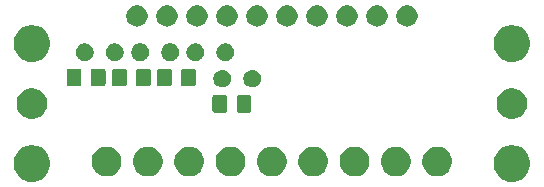
<source format=gbr>
G04 #@! TF.GenerationSoftware,KiCad,Pcbnew,5.1.5-52549c5~86~ubuntu18.04.1*
G04 #@! TF.CreationDate,2020-09-30T17:57:14-05:00*
G04 #@! TF.ProjectId,D05,4430352e-6b69-4636-9164-5f7063625858,rev?*
G04 #@! TF.SameCoordinates,Original*
G04 #@! TF.FileFunction,Soldermask,Top*
G04 #@! TF.FilePolarity,Negative*
%FSLAX46Y46*%
G04 Gerber Fmt 4.6, Leading zero omitted, Abs format (unit mm)*
G04 Created by KiCad (PCBNEW 5.1.5-52549c5~86~ubuntu18.04.1) date 2020-09-30 17:57:14*
%MOMM*%
%LPD*%
G04 APERTURE LIST*
%ADD10C,0.100000*%
G04 APERTURE END LIST*
D10*
G36*
X64752585Y-32448802D02*
G01*
X64902410Y-32478604D01*
X65184674Y-32595521D01*
X65438705Y-32765259D01*
X65654741Y-32981295D01*
X65824479Y-33235326D01*
X65941396Y-33517590D01*
X66001000Y-33817240D01*
X66001000Y-34122760D01*
X65941396Y-34422410D01*
X65824479Y-34704674D01*
X65654741Y-34958705D01*
X65438705Y-35174741D01*
X65184674Y-35344479D01*
X64902410Y-35461396D01*
X64752585Y-35491198D01*
X64602761Y-35521000D01*
X64297239Y-35521000D01*
X64147415Y-35491198D01*
X63997590Y-35461396D01*
X63715326Y-35344479D01*
X63461295Y-35174741D01*
X63245259Y-34958705D01*
X63075521Y-34704674D01*
X62958604Y-34422410D01*
X62899000Y-34122760D01*
X62899000Y-33817240D01*
X62958604Y-33517590D01*
X63075521Y-33235326D01*
X63245259Y-32981295D01*
X63461295Y-32765259D01*
X63715326Y-32595521D01*
X63997590Y-32478604D01*
X64147415Y-32448802D01*
X64297239Y-32419000D01*
X64602761Y-32419000D01*
X64752585Y-32448802D01*
G37*
G36*
X24112585Y-32448802D02*
G01*
X24262410Y-32478604D01*
X24544674Y-32595521D01*
X24798705Y-32765259D01*
X25014741Y-32981295D01*
X25184479Y-33235326D01*
X25301396Y-33517590D01*
X25361000Y-33817240D01*
X25361000Y-34122760D01*
X25301396Y-34422410D01*
X25184479Y-34704674D01*
X25014741Y-34958705D01*
X24798705Y-35174741D01*
X24544674Y-35344479D01*
X24262410Y-35461396D01*
X24112585Y-35491198D01*
X23962761Y-35521000D01*
X23657239Y-35521000D01*
X23507415Y-35491198D01*
X23357590Y-35461396D01*
X23075326Y-35344479D01*
X22821295Y-35174741D01*
X22605259Y-34958705D01*
X22435521Y-34704674D01*
X22318604Y-34422410D01*
X22259000Y-34122760D01*
X22259000Y-33817240D01*
X22318604Y-33517590D01*
X22435521Y-33235326D01*
X22605259Y-32981295D01*
X22821295Y-32765259D01*
X23075326Y-32595521D01*
X23357590Y-32478604D01*
X23507415Y-32448802D01*
X23657239Y-32419000D01*
X23962761Y-32419000D01*
X24112585Y-32448802D01*
G37*
G36*
X58494903Y-32579075D02*
G01*
X58722571Y-32673378D01*
X58927466Y-32810285D01*
X59101715Y-32984534D01*
X59101716Y-32984536D01*
X59238623Y-33189431D01*
X59332925Y-33417097D01*
X59352915Y-33517591D01*
X59381000Y-33658787D01*
X59381000Y-33905213D01*
X59332925Y-34146903D01*
X59238622Y-34374571D01*
X59101715Y-34579466D01*
X58927466Y-34753715D01*
X58722571Y-34890622D01*
X58722570Y-34890623D01*
X58722569Y-34890623D01*
X58494903Y-34984925D01*
X58253214Y-35033000D01*
X58006786Y-35033000D01*
X57765097Y-34984925D01*
X57537431Y-34890623D01*
X57537430Y-34890623D01*
X57537429Y-34890622D01*
X57332534Y-34753715D01*
X57158285Y-34579466D01*
X57021378Y-34374571D01*
X56927075Y-34146903D01*
X56879000Y-33905213D01*
X56879000Y-33658787D01*
X56907086Y-33517591D01*
X56927075Y-33417097D01*
X57021377Y-33189431D01*
X57158284Y-32984536D01*
X57158285Y-32984534D01*
X57332534Y-32810285D01*
X57537429Y-32673378D01*
X57765097Y-32579075D01*
X58006786Y-32531000D01*
X58253214Y-32531000D01*
X58494903Y-32579075D01*
G37*
G36*
X54994903Y-32579075D02*
G01*
X55222571Y-32673378D01*
X55427466Y-32810285D01*
X55601715Y-32984534D01*
X55601716Y-32984536D01*
X55738623Y-33189431D01*
X55832925Y-33417097D01*
X55852915Y-33517591D01*
X55881000Y-33658787D01*
X55881000Y-33905213D01*
X55832925Y-34146903D01*
X55738622Y-34374571D01*
X55601715Y-34579466D01*
X55427466Y-34753715D01*
X55222571Y-34890622D01*
X55222570Y-34890623D01*
X55222569Y-34890623D01*
X54994903Y-34984925D01*
X54753214Y-35033000D01*
X54506786Y-35033000D01*
X54265097Y-34984925D01*
X54037431Y-34890623D01*
X54037430Y-34890623D01*
X54037429Y-34890622D01*
X53832534Y-34753715D01*
X53658285Y-34579466D01*
X53521378Y-34374571D01*
X53427075Y-34146903D01*
X53379000Y-33905213D01*
X53379000Y-33658787D01*
X53407086Y-33517591D01*
X53427075Y-33417097D01*
X53521377Y-33189431D01*
X53658284Y-32984536D01*
X53658285Y-32984534D01*
X53832534Y-32810285D01*
X54037429Y-32673378D01*
X54265097Y-32579075D01*
X54506786Y-32531000D01*
X54753214Y-32531000D01*
X54994903Y-32579075D01*
G37*
G36*
X51494903Y-32579075D02*
G01*
X51722571Y-32673378D01*
X51927466Y-32810285D01*
X52101715Y-32984534D01*
X52101716Y-32984536D01*
X52238623Y-33189431D01*
X52332925Y-33417097D01*
X52352915Y-33517591D01*
X52381000Y-33658787D01*
X52381000Y-33905213D01*
X52332925Y-34146903D01*
X52238622Y-34374571D01*
X52101715Y-34579466D01*
X51927466Y-34753715D01*
X51722571Y-34890622D01*
X51722570Y-34890623D01*
X51722569Y-34890623D01*
X51494903Y-34984925D01*
X51253214Y-35033000D01*
X51006786Y-35033000D01*
X50765097Y-34984925D01*
X50537431Y-34890623D01*
X50537430Y-34890623D01*
X50537429Y-34890622D01*
X50332534Y-34753715D01*
X50158285Y-34579466D01*
X50021378Y-34374571D01*
X49927075Y-34146903D01*
X49879000Y-33905213D01*
X49879000Y-33658787D01*
X49907086Y-33517591D01*
X49927075Y-33417097D01*
X50021377Y-33189431D01*
X50158284Y-32984536D01*
X50158285Y-32984534D01*
X50332534Y-32810285D01*
X50537429Y-32673378D01*
X50765097Y-32579075D01*
X51006786Y-32531000D01*
X51253214Y-32531000D01*
X51494903Y-32579075D01*
G37*
G36*
X44494903Y-32579075D02*
G01*
X44722571Y-32673378D01*
X44927466Y-32810285D01*
X45101715Y-32984534D01*
X45101716Y-32984536D01*
X45238623Y-33189431D01*
X45332925Y-33417097D01*
X45352915Y-33517591D01*
X45381000Y-33658787D01*
X45381000Y-33905213D01*
X45332925Y-34146903D01*
X45238622Y-34374571D01*
X45101715Y-34579466D01*
X44927466Y-34753715D01*
X44722571Y-34890622D01*
X44722570Y-34890623D01*
X44722569Y-34890623D01*
X44494903Y-34984925D01*
X44253214Y-35033000D01*
X44006786Y-35033000D01*
X43765097Y-34984925D01*
X43537431Y-34890623D01*
X43537430Y-34890623D01*
X43537429Y-34890622D01*
X43332534Y-34753715D01*
X43158285Y-34579466D01*
X43021378Y-34374571D01*
X42927075Y-34146903D01*
X42879000Y-33905213D01*
X42879000Y-33658787D01*
X42907086Y-33517591D01*
X42927075Y-33417097D01*
X43021377Y-33189431D01*
X43158284Y-32984536D01*
X43158285Y-32984534D01*
X43332534Y-32810285D01*
X43537429Y-32673378D01*
X43765097Y-32579075D01*
X44006786Y-32531000D01*
X44253214Y-32531000D01*
X44494903Y-32579075D01*
G37*
G36*
X40994903Y-32579075D02*
G01*
X41222571Y-32673378D01*
X41427466Y-32810285D01*
X41601715Y-32984534D01*
X41601716Y-32984536D01*
X41738623Y-33189431D01*
X41832925Y-33417097D01*
X41852915Y-33517591D01*
X41881000Y-33658787D01*
X41881000Y-33905213D01*
X41832925Y-34146903D01*
X41738622Y-34374571D01*
X41601715Y-34579466D01*
X41427466Y-34753715D01*
X41222571Y-34890622D01*
X41222570Y-34890623D01*
X41222569Y-34890623D01*
X40994903Y-34984925D01*
X40753214Y-35033000D01*
X40506786Y-35033000D01*
X40265097Y-34984925D01*
X40037431Y-34890623D01*
X40037430Y-34890623D01*
X40037429Y-34890622D01*
X39832534Y-34753715D01*
X39658285Y-34579466D01*
X39521378Y-34374571D01*
X39427075Y-34146903D01*
X39379000Y-33905213D01*
X39379000Y-33658787D01*
X39407086Y-33517591D01*
X39427075Y-33417097D01*
X39521377Y-33189431D01*
X39658284Y-32984536D01*
X39658285Y-32984534D01*
X39832534Y-32810285D01*
X40037429Y-32673378D01*
X40265097Y-32579075D01*
X40506786Y-32531000D01*
X40753214Y-32531000D01*
X40994903Y-32579075D01*
G37*
G36*
X37494903Y-32579075D02*
G01*
X37722571Y-32673378D01*
X37927466Y-32810285D01*
X38101715Y-32984534D01*
X38101716Y-32984536D01*
X38238623Y-33189431D01*
X38332925Y-33417097D01*
X38352915Y-33517591D01*
X38381000Y-33658787D01*
X38381000Y-33905213D01*
X38332925Y-34146903D01*
X38238622Y-34374571D01*
X38101715Y-34579466D01*
X37927466Y-34753715D01*
X37722571Y-34890622D01*
X37722570Y-34890623D01*
X37722569Y-34890623D01*
X37494903Y-34984925D01*
X37253214Y-35033000D01*
X37006786Y-35033000D01*
X36765097Y-34984925D01*
X36537431Y-34890623D01*
X36537430Y-34890623D01*
X36537429Y-34890622D01*
X36332534Y-34753715D01*
X36158285Y-34579466D01*
X36021378Y-34374571D01*
X35927075Y-34146903D01*
X35879000Y-33905213D01*
X35879000Y-33658787D01*
X35907086Y-33517591D01*
X35927075Y-33417097D01*
X36021377Y-33189431D01*
X36158284Y-32984536D01*
X36158285Y-32984534D01*
X36332534Y-32810285D01*
X36537429Y-32673378D01*
X36765097Y-32579075D01*
X37006786Y-32531000D01*
X37253214Y-32531000D01*
X37494903Y-32579075D01*
G37*
G36*
X33994903Y-32579075D02*
G01*
X34222571Y-32673378D01*
X34427466Y-32810285D01*
X34601715Y-32984534D01*
X34601716Y-32984536D01*
X34738623Y-33189431D01*
X34832925Y-33417097D01*
X34852915Y-33517591D01*
X34881000Y-33658787D01*
X34881000Y-33905213D01*
X34832925Y-34146903D01*
X34738622Y-34374571D01*
X34601715Y-34579466D01*
X34427466Y-34753715D01*
X34222571Y-34890622D01*
X34222570Y-34890623D01*
X34222569Y-34890623D01*
X33994903Y-34984925D01*
X33753214Y-35033000D01*
X33506786Y-35033000D01*
X33265097Y-34984925D01*
X33037431Y-34890623D01*
X33037430Y-34890623D01*
X33037429Y-34890622D01*
X32832534Y-34753715D01*
X32658285Y-34579466D01*
X32521378Y-34374571D01*
X32427075Y-34146903D01*
X32379000Y-33905213D01*
X32379000Y-33658787D01*
X32407086Y-33517591D01*
X32427075Y-33417097D01*
X32521377Y-33189431D01*
X32658284Y-32984536D01*
X32658285Y-32984534D01*
X32832534Y-32810285D01*
X33037429Y-32673378D01*
X33265097Y-32579075D01*
X33506786Y-32531000D01*
X33753214Y-32531000D01*
X33994903Y-32579075D01*
G37*
G36*
X30494903Y-32579075D02*
G01*
X30722571Y-32673378D01*
X30927466Y-32810285D01*
X31101715Y-32984534D01*
X31101716Y-32984536D01*
X31238623Y-33189431D01*
X31332925Y-33417097D01*
X31352915Y-33517591D01*
X31381000Y-33658787D01*
X31381000Y-33905213D01*
X31332925Y-34146903D01*
X31238622Y-34374571D01*
X31101715Y-34579466D01*
X30927466Y-34753715D01*
X30722571Y-34890622D01*
X30722570Y-34890623D01*
X30722569Y-34890623D01*
X30494903Y-34984925D01*
X30253214Y-35033000D01*
X30006786Y-35033000D01*
X29765097Y-34984925D01*
X29537431Y-34890623D01*
X29537430Y-34890623D01*
X29537429Y-34890622D01*
X29332534Y-34753715D01*
X29158285Y-34579466D01*
X29021378Y-34374571D01*
X28927075Y-34146903D01*
X28879000Y-33905213D01*
X28879000Y-33658787D01*
X28907086Y-33517591D01*
X28927075Y-33417097D01*
X29021377Y-33189431D01*
X29158284Y-32984536D01*
X29158285Y-32984534D01*
X29332534Y-32810285D01*
X29537429Y-32673378D01*
X29765097Y-32579075D01*
X30006786Y-32531000D01*
X30253214Y-32531000D01*
X30494903Y-32579075D01*
G37*
G36*
X47994903Y-32579075D02*
G01*
X48222571Y-32673378D01*
X48427466Y-32810285D01*
X48601715Y-32984534D01*
X48601716Y-32984536D01*
X48738623Y-33189431D01*
X48832925Y-33417097D01*
X48852915Y-33517591D01*
X48881000Y-33658787D01*
X48881000Y-33905213D01*
X48832925Y-34146903D01*
X48738622Y-34374571D01*
X48601715Y-34579466D01*
X48427466Y-34753715D01*
X48222571Y-34890622D01*
X48222570Y-34890623D01*
X48222569Y-34890623D01*
X47994903Y-34984925D01*
X47753214Y-35033000D01*
X47506786Y-35033000D01*
X47265097Y-34984925D01*
X47037431Y-34890623D01*
X47037430Y-34890623D01*
X47037429Y-34890622D01*
X46832534Y-34753715D01*
X46658285Y-34579466D01*
X46521378Y-34374571D01*
X46427075Y-34146903D01*
X46379000Y-33905213D01*
X46379000Y-33658787D01*
X46407086Y-33517591D01*
X46427075Y-33417097D01*
X46521377Y-33189431D01*
X46658284Y-32984536D01*
X46658285Y-32984534D01*
X46832534Y-32810285D01*
X47037429Y-32673378D01*
X47265097Y-32579075D01*
X47506786Y-32531000D01*
X47753214Y-32531000D01*
X47994903Y-32579075D01*
G37*
G36*
X24189393Y-27639304D02*
G01*
X24426101Y-27737352D01*
X24426103Y-27737353D01*
X24639135Y-27879696D01*
X24820304Y-28060865D01*
X24935934Y-28233918D01*
X24962648Y-28273899D01*
X25060696Y-28510607D01*
X25110680Y-28761893D01*
X25110680Y-29018107D01*
X25060696Y-29269393D01*
X24962648Y-29506101D01*
X24962647Y-29506103D01*
X24820304Y-29719135D01*
X24639135Y-29900304D01*
X24426103Y-30042647D01*
X24426102Y-30042648D01*
X24426101Y-30042648D01*
X24189393Y-30140696D01*
X23938107Y-30190680D01*
X23681893Y-30190680D01*
X23430607Y-30140696D01*
X23193899Y-30042648D01*
X23193898Y-30042648D01*
X23193897Y-30042647D01*
X22980865Y-29900304D01*
X22799696Y-29719135D01*
X22657353Y-29506103D01*
X22657352Y-29506101D01*
X22559304Y-29269393D01*
X22509320Y-29018107D01*
X22509320Y-28761893D01*
X22559304Y-28510607D01*
X22657352Y-28273899D01*
X22684066Y-28233918D01*
X22799696Y-28060865D01*
X22980865Y-27879696D01*
X23193897Y-27737353D01*
X23193899Y-27737352D01*
X23430607Y-27639304D01*
X23681893Y-27589320D01*
X23938107Y-27589320D01*
X24189393Y-27639304D01*
G37*
G36*
X64829393Y-27639304D02*
G01*
X65066101Y-27737352D01*
X65066103Y-27737353D01*
X65279135Y-27879696D01*
X65460304Y-28060865D01*
X65575934Y-28233918D01*
X65602648Y-28273899D01*
X65700696Y-28510607D01*
X65750680Y-28761893D01*
X65750680Y-29018107D01*
X65700696Y-29269393D01*
X65602648Y-29506101D01*
X65602647Y-29506103D01*
X65460304Y-29719135D01*
X65279135Y-29900304D01*
X65066103Y-30042647D01*
X65066102Y-30042648D01*
X65066101Y-30042648D01*
X64829393Y-30140696D01*
X64578107Y-30190680D01*
X64321893Y-30190680D01*
X64070607Y-30140696D01*
X63833899Y-30042648D01*
X63833898Y-30042648D01*
X63833897Y-30042647D01*
X63620865Y-29900304D01*
X63439696Y-29719135D01*
X63297353Y-29506103D01*
X63297352Y-29506101D01*
X63199304Y-29269393D01*
X63149320Y-29018107D01*
X63149320Y-28761893D01*
X63199304Y-28510607D01*
X63297352Y-28273899D01*
X63324066Y-28233918D01*
X63439696Y-28060865D01*
X63620865Y-27879696D01*
X63833897Y-27737353D01*
X63833899Y-27737352D01*
X64070607Y-27639304D01*
X64321893Y-27589320D01*
X64578107Y-27589320D01*
X64829393Y-27639304D01*
G37*
G36*
X42230274Y-28158665D02*
G01*
X42267967Y-28170099D01*
X42302703Y-28188666D01*
X42333148Y-28213652D01*
X42358134Y-28244097D01*
X42376701Y-28278833D01*
X42388135Y-28316526D01*
X42392600Y-28361861D01*
X42392600Y-29448539D01*
X42388135Y-29493874D01*
X42376701Y-29531567D01*
X42358134Y-29566303D01*
X42333148Y-29596748D01*
X42302703Y-29621734D01*
X42267967Y-29640301D01*
X42230274Y-29651735D01*
X42184939Y-29656200D01*
X41348261Y-29656200D01*
X41302926Y-29651735D01*
X41265233Y-29640301D01*
X41230497Y-29621734D01*
X41200052Y-29596748D01*
X41175066Y-29566303D01*
X41156499Y-29531567D01*
X41145065Y-29493874D01*
X41140600Y-29448539D01*
X41140600Y-28361861D01*
X41145065Y-28316526D01*
X41156499Y-28278833D01*
X41175066Y-28244097D01*
X41200052Y-28213652D01*
X41230497Y-28188666D01*
X41265233Y-28170099D01*
X41302926Y-28158665D01*
X41348261Y-28154200D01*
X42184939Y-28154200D01*
X42230274Y-28158665D01*
G37*
G36*
X40180274Y-28158665D02*
G01*
X40217967Y-28170099D01*
X40252703Y-28188666D01*
X40283148Y-28213652D01*
X40308134Y-28244097D01*
X40326701Y-28278833D01*
X40338135Y-28316526D01*
X40342600Y-28361861D01*
X40342600Y-29448539D01*
X40338135Y-29493874D01*
X40326701Y-29531567D01*
X40308134Y-29566303D01*
X40283148Y-29596748D01*
X40252703Y-29621734D01*
X40217967Y-29640301D01*
X40180274Y-29651735D01*
X40134939Y-29656200D01*
X39298261Y-29656200D01*
X39252926Y-29651735D01*
X39215233Y-29640301D01*
X39180497Y-29621734D01*
X39150052Y-29596748D01*
X39125066Y-29566303D01*
X39106499Y-29531567D01*
X39095065Y-29493874D01*
X39090600Y-29448539D01*
X39090600Y-28361861D01*
X39095065Y-28316526D01*
X39106499Y-28278833D01*
X39125066Y-28244097D01*
X39150052Y-28213652D01*
X39180497Y-28188666D01*
X39215233Y-28170099D01*
X39252926Y-28158665D01*
X39298261Y-28154200D01*
X40134939Y-28154200D01*
X40180274Y-28158665D01*
G37*
G36*
X42687859Y-26049460D02*
G01*
X42778530Y-26087017D01*
X42824532Y-26106072D01*
X42947535Y-26188260D01*
X43052140Y-26292865D01*
X43134328Y-26415868D01*
X43190940Y-26552541D01*
X43219800Y-26697633D01*
X43219800Y-26845567D01*
X43190940Y-26990659D01*
X43134328Y-27127332D01*
X43052140Y-27250335D01*
X42947535Y-27354940D01*
X42824532Y-27437128D01*
X42824531Y-27437129D01*
X42824530Y-27437129D01*
X42687859Y-27493740D01*
X42542768Y-27522600D01*
X42394832Y-27522600D01*
X42249741Y-27493740D01*
X42113070Y-27437129D01*
X42113069Y-27437129D01*
X42113068Y-27437128D01*
X41990065Y-27354940D01*
X41885460Y-27250335D01*
X41803272Y-27127332D01*
X41746660Y-26990659D01*
X41717800Y-26845567D01*
X41717800Y-26697633D01*
X41746660Y-26552541D01*
X41803272Y-26415868D01*
X41885460Y-26292865D01*
X41990065Y-26188260D01*
X42113068Y-26106072D01*
X42159071Y-26087017D01*
X42249741Y-26049460D01*
X42394832Y-26020600D01*
X42542768Y-26020600D01*
X42687859Y-26049460D01*
G37*
G36*
X40147859Y-26049460D02*
G01*
X40238530Y-26087017D01*
X40284532Y-26106072D01*
X40407535Y-26188260D01*
X40512140Y-26292865D01*
X40594328Y-26415868D01*
X40650940Y-26552541D01*
X40679800Y-26697633D01*
X40679800Y-26845567D01*
X40650940Y-26990659D01*
X40594328Y-27127332D01*
X40512140Y-27250335D01*
X40407535Y-27354940D01*
X40284532Y-27437128D01*
X40284531Y-27437129D01*
X40284530Y-27437129D01*
X40147859Y-27493740D01*
X40002768Y-27522600D01*
X39854832Y-27522600D01*
X39709741Y-27493740D01*
X39573070Y-27437129D01*
X39573069Y-27437129D01*
X39573068Y-27437128D01*
X39450065Y-27354940D01*
X39345460Y-27250335D01*
X39263272Y-27127332D01*
X39206660Y-26990659D01*
X39177800Y-26845567D01*
X39177800Y-26697633D01*
X39206660Y-26552541D01*
X39263272Y-26415868D01*
X39345460Y-26292865D01*
X39450065Y-26188260D01*
X39573068Y-26106072D01*
X39619071Y-26087017D01*
X39709741Y-26049460D01*
X39854832Y-26020600D01*
X40002768Y-26020600D01*
X40147859Y-26049460D01*
G37*
G36*
X37531274Y-25923465D02*
G01*
X37568967Y-25934899D01*
X37603703Y-25953466D01*
X37634148Y-25978452D01*
X37659134Y-26008897D01*
X37677701Y-26043633D01*
X37689135Y-26081326D01*
X37693600Y-26126661D01*
X37693600Y-27213339D01*
X37689135Y-27258674D01*
X37677701Y-27296367D01*
X37659134Y-27331103D01*
X37634148Y-27361548D01*
X37603703Y-27386534D01*
X37568967Y-27405101D01*
X37531274Y-27416535D01*
X37485939Y-27421000D01*
X36649261Y-27421000D01*
X36603926Y-27416535D01*
X36566233Y-27405101D01*
X36531497Y-27386534D01*
X36501052Y-27361548D01*
X36476066Y-27331103D01*
X36457499Y-27296367D01*
X36446065Y-27258674D01*
X36441600Y-27213339D01*
X36441600Y-26126661D01*
X36446065Y-26081326D01*
X36457499Y-26043633D01*
X36476066Y-26008897D01*
X36501052Y-25978452D01*
X36531497Y-25953466D01*
X36566233Y-25934899D01*
X36603926Y-25923465D01*
X36649261Y-25919000D01*
X37485939Y-25919000D01*
X37531274Y-25923465D01*
G37*
G36*
X35481274Y-25923465D02*
G01*
X35518967Y-25934899D01*
X35553703Y-25953466D01*
X35584148Y-25978452D01*
X35609134Y-26008897D01*
X35627701Y-26043633D01*
X35639135Y-26081326D01*
X35643600Y-26126661D01*
X35643600Y-27213339D01*
X35639135Y-27258674D01*
X35627701Y-27296367D01*
X35609134Y-27331103D01*
X35584148Y-27361548D01*
X35553703Y-27386534D01*
X35518967Y-27405101D01*
X35481274Y-27416535D01*
X35435939Y-27421000D01*
X34599261Y-27421000D01*
X34553926Y-27416535D01*
X34516233Y-27405101D01*
X34481497Y-27386534D01*
X34451052Y-27361548D01*
X34426066Y-27331103D01*
X34407499Y-27296367D01*
X34396065Y-27258674D01*
X34391600Y-27213339D01*
X34391600Y-26126661D01*
X34396065Y-26081326D01*
X34407499Y-26043633D01*
X34426066Y-26008897D01*
X34451052Y-25978452D01*
X34481497Y-25953466D01*
X34516233Y-25934899D01*
X34553926Y-25923465D01*
X34599261Y-25919000D01*
X35435939Y-25919000D01*
X35481274Y-25923465D01*
G37*
G36*
X33721274Y-25923465D02*
G01*
X33758967Y-25934899D01*
X33793703Y-25953466D01*
X33824148Y-25978452D01*
X33849134Y-26008897D01*
X33867701Y-26043633D01*
X33879135Y-26081326D01*
X33883600Y-26126661D01*
X33883600Y-27213339D01*
X33879135Y-27258674D01*
X33867701Y-27296367D01*
X33849134Y-27331103D01*
X33824148Y-27361548D01*
X33793703Y-27386534D01*
X33758967Y-27405101D01*
X33721274Y-27416535D01*
X33675939Y-27421000D01*
X32839261Y-27421000D01*
X32793926Y-27416535D01*
X32756233Y-27405101D01*
X32721497Y-27386534D01*
X32691052Y-27361548D01*
X32666066Y-27331103D01*
X32647499Y-27296367D01*
X32636065Y-27258674D01*
X32631600Y-27213339D01*
X32631600Y-26126661D01*
X32636065Y-26081326D01*
X32647499Y-26043633D01*
X32666066Y-26008897D01*
X32691052Y-25978452D01*
X32721497Y-25953466D01*
X32756233Y-25934899D01*
X32793926Y-25923465D01*
X32839261Y-25919000D01*
X33675939Y-25919000D01*
X33721274Y-25923465D01*
G37*
G36*
X29885874Y-25923465D02*
G01*
X29923567Y-25934899D01*
X29958303Y-25953466D01*
X29988748Y-25978452D01*
X30013734Y-26008897D01*
X30032301Y-26043633D01*
X30043735Y-26081326D01*
X30048200Y-26126661D01*
X30048200Y-27213339D01*
X30043735Y-27258674D01*
X30032301Y-27296367D01*
X30013734Y-27331103D01*
X29988748Y-27361548D01*
X29958303Y-27386534D01*
X29923567Y-27405101D01*
X29885874Y-27416535D01*
X29840539Y-27421000D01*
X29003861Y-27421000D01*
X28958526Y-27416535D01*
X28920833Y-27405101D01*
X28886097Y-27386534D01*
X28855652Y-27361548D01*
X28830666Y-27331103D01*
X28812099Y-27296367D01*
X28800665Y-27258674D01*
X28796200Y-27213339D01*
X28796200Y-26126661D01*
X28800665Y-26081326D01*
X28812099Y-26043633D01*
X28830666Y-26008897D01*
X28855652Y-25978452D01*
X28886097Y-25953466D01*
X28920833Y-25934899D01*
X28958526Y-25923465D01*
X29003861Y-25919000D01*
X29840539Y-25919000D01*
X29885874Y-25923465D01*
G37*
G36*
X27835874Y-25923465D02*
G01*
X27873567Y-25934899D01*
X27908303Y-25953466D01*
X27938748Y-25978452D01*
X27963734Y-26008897D01*
X27982301Y-26043633D01*
X27993735Y-26081326D01*
X27998200Y-26126661D01*
X27998200Y-27213339D01*
X27993735Y-27258674D01*
X27982301Y-27296367D01*
X27963734Y-27331103D01*
X27938748Y-27361548D01*
X27908303Y-27386534D01*
X27873567Y-27405101D01*
X27835874Y-27416535D01*
X27790539Y-27421000D01*
X26953861Y-27421000D01*
X26908526Y-27416535D01*
X26870833Y-27405101D01*
X26836097Y-27386534D01*
X26805652Y-27361548D01*
X26780666Y-27331103D01*
X26762099Y-27296367D01*
X26750665Y-27258674D01*
X26746200Y-27213339D01*
X26746200Y-26126661D01*
X26750665Y-26081326D01*
X26762099Y-26043633D01*
X26780666Y-26008897D01*
X26805652Y-25978452D01*
X26836097Y-25953466D01*
X26870833Y-25934899D01*
X26908526Y-25923465D01*
X26953861Y-25919000D01*
X27790539Y-25919000D01*
X27835874Y-25923465D01*
G37*
G36*
X31671274Y-25923465D02*
G01*
X31708967Y-25934899D01*
X31743703Y-25953466D01*
X31774148Y-25978452D01*
X31799134Y-26008897D01*
X31817701Y-26043633D01*
X31829135Y-26081326D01*
X31833600Y-26126661D01*
X31833600Y-27213339D01*
X31829135Y-27258674D01*
X31817701Y-27296367D01*
X31799134Y-27331103D01*
X31774148Y-27361548D01*
X31743703Y-27386534D01*
X31708967Y-27405101D01*
X31671274Y-27416535D01*
X31625939Y-27421000D01*
X30789261Y-27421000D01*
X30743926Y-27416535D01*
X30706233Y-27405101D01*
X30671497Y-27386534D01*
X30641052Y-27361548D01*
X30616066Y-27331103D01*
X30597499Y-27296367D01*
X30586065Y-27258674D01*
X30581600Y-27213339D01*
X30581600Y-26126661D01*
X30586065Y-26081326D01*
X30597499Y-26043633D01*
X30616066Y-26008897D01*
X30641052Y-25978452D01*
X30671497Y-25953466D01*
X30706233Y-25934899D01*
X30743926Y-25923465D01*
X30789261Y-25919000D01*
X31625939Y-25919000D01*
X31671274Y-25923465D01*
G37*
G36*
X24112585Y-22288802D02*
G01*
X24262410Y-22318604D01*
X24544674Y-22435521D01*
X24798705Y-22605259D01*
X25014741Y-22821295D01*
X25184479Y-23075326D01*
X25301396Y-23357590D01*
X25361000Y-23657240D01*
X25361000Y-23962760D01*
X25301396Y-24262410D01*
X25184479Y-24544674D01*
X25014741Y-24798705D01*
X24798705Y-25014741D01*
X24544674Y-25184479D01*
X24262410Y-25301396D01*
X24112585Y-25331198D01*
X23962761Y-25361000D01*
X23657239Y-25361000D01*
X23507415Y-25331198D01*
X23357590Y-25301396D01*
X23075326Y-25184479D01*
X22821295Y-25014741D01*
X22605259Y-24798705D01*
X22435521Y-24544674D01*
X22318604Y-24262410D01*
X22259000Y-23962760D01*
X22259000Y-23657240D01*
X22318604Y-23357590D01*
X22435521Y-23075326D01*
X22605259Y-22821295D01*
X22821295Y-22605259D01*
X23075326Y-22435521D01*
X23357590Y-22318604D01*
X23507415Y-22288802D01*
X23657239Y-22259000D01*
X23962761Y-22259000D01*
X24112585Y-22288802D01*
G37*
G36*
X64752585Y-22288802D02*
G01*
X64902410Y-22318604D01*
X65184674Y-22435521D01*
X65438705Y-22605259D01*
X65654741Y-22821295D01*
X65824479Y-23075326D01*
X65941396Y-23357590D01*
X66001000Y-23657240D01*
X66001000Y-23962760D01*
X65941396Y-24262410D01*
X65824479Y-24544674D01*
X65654741Y-24798705D01*
X65438705Y-25014741D01*
X65184674Y-25184479D01*
X64902410Y-25301396D01*
X64752585Y-25331198D01*
X64602761Y-25361000D01*
X64297239Y-25361000D01*
X64147415Y-25331198D01*
X63997590Y-25301396D01*
X63715326Y-25184479D01*
X63461295Y-25014741D01*
X63245259Y-24798705D01*
X63075521Y-24544674D01*
X62958604Y-24262410D01*
X62899000Y-23962760D01*
X62899000Y-23657240D01*
X62958604Y-23357590D01*
X63075521Y-23075326D01*
X63245259Y-22821295D01*
X63461295Y-22605259D01*
X63715326Y-22435521D01*
X63997590Y-22318604D01*
X64147415Y-22288802D01*
X64297239Y-22259000D01*
X64602761Y-22259000D01*
X64752585Y-22288802D01*
G37*
G36*
X28514659Y-23814260D02*
G01*
X28651332Y-23870872D01*
X28774335Y-23953060D01*
X28878940Y-24057665D01*
X28961128Y-24180668D01*
X29017740Y-24317341D01*
X29046600Y-24462433D01*
X29046600Y-24610367D01*
X29017740Y-24755459D01*
X28961128Y-24892132D01*
X28878940Y-25015135D01*
X28774335Y-25119740D01*
X28651332Y-25201928D01*
X28651331Y-25201929D01*
X28651330Y-25201929D01*
X28514659Y-25258540D01*
X28369568Y-25287400D01*
X28221632Y-25287400D01*
X28076541Y-25258540D01*
X27939870Y-25201929D01*
X27939869Y-25201929D01*
X27939868Y-25201928D01*
X27816865Y-25119740D01*
X27712260Y-25015135D01*
X27630072Y-24892132D01*
X27573460Y-24755459D01*
X27544600Y-24610367D01*
X27544600Y-24462433D01*
X27573460Y-24317341D01*
X27630072Y-24180668D01*
X27712260Y-24057665D01*
X27816865Y-23953060D01*
X27939868Y-23870872D01*
X28076541Y-23814260D01*
X28221632Y-23785400D01*
X28369568Y-23785400D01*
X28514659Y-23814260D01*
G37*
G36*
X31054659Y-23814260D02*
G01*
X31191332Y-23870872D01*
X31314335Y-23953060D01*
X31418940Y-24057665D01*
X31501128Y-24180668D01*
X31557740Y-24317341D01*
X31586600Y-24462433D01*
X31586600Y-24610367D01*
X31557740Y-24755459D01*
X31501128Y-24892132D01*
X31418940Y-25015135D01*
X31314335Y-25119740D01*
X31191332Y-25201928D01*
X31191331Y-25201929D01*
X31191330Y-25201929D01*
X31054659Y-25258540D01*
X30909568Y-25287400D01*
X30761632Y-25287400D01*
X30616541Y-25258540D01*
X30479870Y-25201929D01*
X30479869Y-25201929D01*
X30479868Y-25201928D01*
X30356865Y-25119740D01*
X30252260Y-25015135D01*
X30170072Y-24892132D01*
X30113460Y-24755459D01*
X30084600Y-24610367D01*
X30084600Y-24462433D01*
X30113460Y-24317341D01*
X30170072Y-24180668D01*
X30252260Y-24057665D01*
X30356865Y-23953060D01*
X30479868Y-23870872D01*
X30616541Y-23814260D01*
X30761632Y-23785400D01*
X30909568Y-23785400D01*
X31054659Y-23814260D01*
G37*
G36*
X33188259Y-23814260D02*
G01*
X33324932Y-23870872D01*
X33447935Y-23953060D01*
X33552540Y-24057665D01*
X33634728Y-24180668D01*
X33691340Y-24317341D01*
X33720200Y-24462433D01*
X33720200Y-24610367D01*
X33691340Y-24755459D01*
X33634728Y-24892132D01*
X33552540Y-25015135D01*
X33447935Y-25119740D01*
X33324932Y-25201928D01*
X33324931Y-25201929D01*
X33324930Y-25201929D01*
X33188259Y-25258540D01*
X33043168Y-25287400D01*
X32895232Y-25287400D01*
X32750141Y-25258540D01*
X32613470Y-25201929D01*
X32613469Y-25201929D01*
X32613468Y-25201928D01*
X32490465Y-25119740D01*
X32385860Y-25015135D01*
X32303672Y-24892132D01*
X32247060Y-24755459D01*
X32218200Y-24610367D01*
X32218200Y-24462433D01*
X32247060Y-24317341D01*
X32303672Y-24180668D01*
X32385860Y-24057665D01*
X32490465Y-23953060D01*
X32613468Y-23870872D01*
X32750141Y-23814260D01*
X32895232Y-23785400D01*
X33043168Y-23785400D01*
X33188259Y-23814260D01*
G37*
G36*
X35728259Y-23814260D02*
G01*
X35864932Y-23870872D01*
X35987935Y-23953060D01*
X36092540Y-24057665D01*
X36174728Y-24180668D01*
X36231340Y-24317341D01*
X36260200Y-24462433D01*
X36260200Y-24610367D01*
X36231340Y-24755459D01*
X36174728Y-24892132D01*
X36092540Y-25015135D01*
X35987935Y-25119740D01*
X35864932Y-25201928D01*
X35864931Y-25201929D01*
X35864930Y-25201929D01*
X35728259Y-25258540D01*
X35583168Y-25287400D01*
X35435232Y-25287400D01*
X35290141Y-25258540D01*
X35153470Y-25201929D01*
X35153469Y-25201929D01*
X35153468Y-25201928D01*
X35030465Y-25119740D01*
X34925860Y-25015135D01*
X34843672Y-24892132D01*
X34787060Y-24755459D01*
X34758200Y-24610367D01*
X34758200Y-24462433D01*
X34787060Y-24317341D01*
X34843672Y-24180668D01*
X34925860Y-24057665D01*
X35030465Y-23953060D01*
X35153468Y-23870872D01*
X35290141Y-23814260D01*
X35435232Y-23785400D01*
X35583168Y-23785400D01*
X35728259Y-23814260D01*
G37*
G36*
X37861859Y-23814260D02*
G01*
X37998532Y-23870872D01*
X38121535Y-23953060D01*
X38226140Y-24057665D01*
X38308328Y-24180668D01*
X38364940Y-24317341D01*
X38393800Y-24462433D01*
X38393800Y-24610367D01*
X38364940Y-24755459D01*
X38308328Y-24892132D01*
X38226140Y-25015135D01*
X38121535Y-25119740D01*
X37998532Y-25201928D01*
X37998531Y-25201929D01*
X37998530Y-25201929D01*
X37861859Y-25258540D01*
X37716768Y-25287400D01*
X37568832Y-25287400D01*
X37423741Y-25258540D01*
X37287070Y-25201929D01*
X37287069Y-25201929D01*
X37287068Y-25201928D01*
X37164065Y-25119740D01*
X37059460Y-25015135D01*
X36977272Y-24892132D01*
X36920660Y-24755459D01*
X36891800Y-24610367D01*
X36891800Y-24462433D01*
X36920660Y-24317341D01*
X36977272Y-24180668D01*
X37059460Y-24057665D01*
X37164065Y-23953060D01*
X37287068Y-23870872D01*
X37423741Y-23814260D01*
X37568832Y-23785400D01*
X37716768Y-23785400D01*
X37861859Y-23814260D01*
G37*
G36*
X40401859Y-23814260D02*
G01*
X40538532Y-23870872D01*
X40661535Y-23953060D01*
X40766140Y-24057665D01*
X40848328Y-24180668D01*
X40904940Y-24317341D01*
X40933800Y-24462433D01*
X40933800Y-24610367D01*
X40904940Y-24755459D01*
X40848328Y-24892132D01*
X40766140Y-25015135D01*
X40661535Y-25119740D01*
X40538532Y-25201928D01*
X40538531Y-25201929D01*
X40538530Y-25201929D01*
X40401859Y-25258540D01*
X40256768Y-25287400D01*
X40108832Y-25287400D01*
X39963741Y-25258540D01*
X39827070Y-25201929D01*
X39827069Y-25201929D01*
X39827068Y-25201928D01*
X39704065Y-25119740D01*
X39599460Y-25015135D01*
X39517272Y-24892132D01*
X39460660Y-24755459D01*
X39431800Y-24610367D01*
X39431800Y-24462433D01*
X39460660Y-24317341D01*
X39517272Y-24180668D01*
X39599460Y-24057665D01*
X39704065Y-23953060D01*
X39827068Y-23870872D01*
X39963741Y-23814260D01*
X40108832Y-23785400D01*
X40256768Y-23785400D01*
X40401859Y-23814260D01*
G37*
G36*
X35353512Y-20566927D02*
G01*
X35502812Y-20596624D01*
X35666784Y-20664544D01*
X35814354Y-20763147D01*
X35939853Y-20888646D01*
X36038456Y-21036216D01*
X36106376Y-21200188D01*
X36141000Y-21374259D01*
X36141000Y-21551741D01*
X36106376Y-21725812D01*
X36038456Y-21889784D01*
X35939853Y-22037354D01*
X35814354Y-22162853D01*
X35666784Y-22261456D01*
X35502812Y-22329376D01*
X35353512Y-22359073D01*
X35328742Y-22364000D01*
X35151258Y-22364000D01*
X35126488Y-22359073D01*
X34977188Y-22329376D01*
X34813216Y-22261456D01*
X34665646Y-22162853D01*
X34540147Y-22037354D01*
X34441544Y-21889784D01*
X34373624Y-21725812D01*
X34339000Y-21551741D01*
X34339000Y-21374259D01*
X34373624Y-21200188D01*
X34441544Y-21036216D01*
X34540147Y-20888646D01*
X34665646Y-20763147D01*
X34813216Y-20664544D01*
X34977188Y-20596624D01*
X35126488Y-20566927D01*
X35151258Y-20562000D01*
X35328742Y-20562000D01*
X35353512Y-20566927D01*
G37*
G36*
X55673512Y-20566927D02*
G01*
X55822812Y-20596624D01*
X55986784Y-20664544D01*
X56134354Y-20763147D01*
X56259853Y-20888646D01*
X56358456Y-21036216D01*
X56426376Y-21200188D01*
X56461000Y-21374259D01*
X56461000Y-21551741D01*
X56426376Y-21725812D01*
X56358456Y-21889784D01*
X56259853Y-22037354D01*
X56134354Y-22162853D01*
X55986784Y-22261456D01*
X55822812Y-22329376D01*
X55673512Y-22359073D01*
X55648742Y-22364000D01*
X55471258Y-22364000D01*
X55446488Y-22359073D01*
X55297188Y-22329376D01*
X55133216Y-22261456D01*
X54985646Y-22162853D01*
X54860147Y-22037354D01*
X54761544Y-21889784D01*
X54693624Y-21725812D01*
X54659000Y-21551741D01*
X54659000Y-21374259D01*
X54693624Y-21200188D01*
X54761544Y-21036216D01*
X54860147Y-20888646D01*
X54985646Y-20763147D01*
X55133216Y-20664544D01*
X55297188Y-20596624D01*
X55446488Y-20566927D01*
X55471258Y-20562000D01*
X55648742Y-20562000D01*
X55673512Y-20566927D01*
G37*
G36*
X37893512Y-20566927D02*
G01*
X38042812Y-20596624D01*
X38206784Y-20664544D01*
X38354354Y-20763147D01*
X38479853Y-20888646D01*
X38578456Y-21036216D01*
X38646376Y-21200188D01*
X38681000Y-21374259D01*
X38681000Y-21551741D01*
X38646376Y-21725812D01*
X38578456Y-21889784D01*
X38479853Y-22037354D01*
X38354354Y-22162853D01*
X38206784Y-22261456D01*
X38042812Y-22329376D01*
X37893512Y-22359073D01*
X37868742Y-22364000D01*
X37691258Y-22364000D01*
X37666488Y-22359073D01*
X37517188Y-22329376D01*
X37353216Y-22261456D01*
X37205646Y-22162853D01*
X37080147Y-22037354D01*
X36981544Y-21889784D01*
X36913624Y-21725812D01*
X36879000Y-21551741D01*
X36879000Y-21374259D01*
X36913624Y-21200188D01*
X36981544Y-21036216D01*
X37080147Y-20888646D01*
X37205646Y-20763147D01*
X37353216Y-20664544D01*
X37517188Y-20596624D01*
X37666488Y-20566927D01*
X37691258Y-20562000D01*
X37868742Y-20562000D01*
X37893512Y-20566927D01*
G37*
G36*
X40433512Y-20566927D02*
G01*
X40582812Y-20596624D01*
X40746784Y-20664544D01*
X40894354Y-20763147D01*
X41019853Y-20888646D01*
X41118456Y-21036216D01*
X41186376Y-21200188D01*
X41221000Y-21374259D01*
X41221000Y-21551741D01*
X41186376Y-21725812D01*
X41118456Y-21889784D01*
X41019853Y-22037354D01*
X40894354Y-22162853D01*
X40746784Y-22261456D01*
X40582812Y-22329376D01*
X40433512Y-22359073D01*
X40408742Y-22364000D01*
X40231258Y-22364000D01*
X40206488Y-22359073D01*
X40057188Y-22329376D01*
X39893216Y-22261456D01*
X39745646Y-22162853D01*
X39620147Y-22037354D01*
X39521544Y-21889784D01*
X39453624Y-21725812D01*
X39419000Y-21551741D01*
X39419000Y-21374259D01*
X39453624Y-21200188D01*
X39521544Y-21036216D01*
X39620147Y-20888646D01*
X39745646Y-20763147D01*
X39893216Y-20664544D01*
X40057188Y-20596624D01*
X40206488Y-20566927D01*
X40231258Y-20562000D01*
X40408742Y-20562000D01*
X40433512Y-20566927D01*
G37*
G36*
X42973512Y-20566927D02*
G01*
X43122812Y-20596624D01*
X43286784Y-20664544D01*
X43434354Y-20763147D01*
X43559853Y-20888646D01*
X43658456Y-21036216D01*
X43726376Y-21200188D01*
X43761000Y-21374259D01*
X43761000Y-21551741D01*
X43726376Y-21725812D01*
X43658456Y-21889784D01*
X43559853Y-22037354D01*
X43434354Y-22162853D01*
X43286784Y-22261456D01*
X43122812Y-22329376D01*
X42973512Y-22359073D01*
X42948742Y-22364000D01*
X42771258Y-22364000D01*
X42746488Y-22359073D01*
X42597188Y-22329376D01*
X42433216Y-22261456D01*
X42285646Y-22162853D01*
X42160147Y-22037354D01*
X42061544Y-21889784D01*
X41993624Y-21725812D01*
X41959000Y-21551741D01*
X41959000Y-21374259D01*
X41993624Y-21200188D01*
X42061544Y-21036216D01*
X42160147Y-20888646D01*
X42285646Y-20763147D01*
X42433216Y-20664544D01*
X42597188Y-20596624D01*
X42746488Y-20566927D01*
X42771258Y-20562000D01*
X42948742Y-20562000D01*
X42973512Y-20566927D01*
G37*
G36*
X45513512Y-20566927D02*
G01*
X45662812Y-20596624D01*
X45826784Y-20664544D01*
X45974354Y-20763147D01*
X46099853Y-20888646D01*
X46198456Y-21036216D01*
X46266376Y-21200188D01*
X46301000Y-21374259D01*
X46301000Y-21551741D01*
X46266376Y-21725812D01*
X46198456Y-21889784D01*
X46099853Y-22037354D01*
X45974354Y-22162853D01*
X45826784Y-22261456D01*
X45662812Y-22329376D01*
X45513512Y-22359073D01*
X45488742Y-22364000D01*
X45311258Y-22364000D01*
X45286488Y-22359073D01*
X45137188Y-22329376D01*
X44973216Y-22261456D01*
X44825646Y-22162853D01*
X44700147Y-22037354D01*
X44601544Y-21889784D01*
X44533624Y-21725812D01*
X44499000Y-21551741D01*
X44499000Y-21374259D01*
X44533624Y-21200188D01*
X44601544Y-21036216D01*
X44700147Y-20888646D01*
X44825646Y-20763147D01*
X44973216Y-20664544D01*
X45137188Y-20596624D01*
X45286488Y-20566927D01*
X45311258Y-20562000D01*
X45488742Y-20562000D01*
X45513512Y-20566927D01*
G37*
G36*
X48053512Y-20566927D02*
G01*
X48202812Y-20596624D01*
X48366784Y-20664544D01*
X48514354Y-20763147D01*
X48639853Y-20888646D01*
X48738456Y-21036216D01*
X48806376Y-21200188D01*
X48841000Y-21374259D01*
X48841000Y-21551741D01*
X48806376Y-21725812D01*
X48738456Y-21889784D01*
X48639853Y-22037354D01*
X48514354Y-22162853D01*
X48366784Y-22261456D01*
X48202812Y-22329376D01*
X48053512Y-22359073D01*
X48028742Y-22364000D01*
X47851258Y-22364000D01*
X47826488Y-22359073D01*
X47677188Y-22329376D01*
X47513216Y-22261456D01*
X47365646Y-22162853D01*
X47240147Y-22037354D01*
X47141544Y-21889784D01*
X47073624Y-21725812D01*
X47039000Y-21551741D01*
X47039000Y-21374259D01*
X47073624Y-21200188D01*
X47141544Y-21036216D01*
X47240147Y-20888646D01*
X47365646Y-20763147D01*
X47513216Y-20664544D01*
X47677188Y-20596624D01*
X47826488Y-20566927D01*
X47851258Y-20562000D01*
X48028742Y-20562000D01*
X48053512Y-20566927D01*
G37*
G36*
X53133512Y-20566927D02*
G01*
X53282812Y-20596624D01*
X53446784Y-20664544D01*
X53594354Y-20763147D01*
X53719853Y-20888646D01*
X53818456Y-21036216D01*
X53886376Y-21200188D01*
X53921000Y-21374259D01*
X53921000Y-21551741D01*
X53886376Y-21725812D01*
X53818456Y-21889784D01*
X53719853Y-22037354D01*
X53594354Y-22162853D01*
X53446784Y-22261456D01*
X53282812Y-22329376D01*
X53133512Y-22359073D01*
X53108742Y-22364000D01*
X52931258Y-22364000D01*
X52906488Y-22359073D01*
X52757188Y-22329376D01*
X52593216Y-22261456D01*
X52445646Y-22162853D01*
X52320147Y-22037354D01*
X52221544Y-21889784D01*
X52153624Y-21725812D01*
X52119000Y-21551741D01*
X52119000Y-21374259D01*
X52153624Y-21200188D01*
X52221544Y-21036216D01*
X52320147Y-20888646D01*
X52445646Y-20763147D01*
X52593216Y-20664544D01*
X52757188Y-20596624D01*
X52906488Y-20566927D01*
X52931258Y-20562000D01*
X53108742Y-20562000D01*
X53133512Y-20566927D01*
G37*
G36*
X50593512Y-20566927D02*
G01*
X50742812Y-20596624D01*
X50906784Y-20664544D01*
X51054354Y-20763147D01*
X51179853Y-20888646D01*
X51278456Y-21036216D01*
X51346376Y-21200188D01*
X51381000Y-21374259D01*
X51381000Y-21551741D01*
X51346376Y-21725812D01*
X51278456Y-21889784D01*
X51179853Y-22037354D01*
X51054354Y-22162853D01*
X50906784Y-22261456D01*
X50742812Y-22329376D01*
X50593512Y-22359073D01*
X50568742Y-22364000D01*
X50391258Y-22364000D01*
X50366488Y-22359073D01*
X50217188Y-22329376D01*
X50053216Y-22261456D01*
X49905646Y-22162853D01*
X49780147Y-22037354D01*
X49681544Y-21889784D01*
X49613624Y-21725812D01*
X49579000Y-21551741D01*
X49579000Y-21374259D01*
X49613624Y-21200188D01*
X49681544Y-21036216D01*
X49780147Y-20888646D01*
X49905646Y-20763147D01*
X50053216Y-20664544D01*
X50217188Y-20596624D01*
X50366488Y-20566927D01*
X50391258Y-20562000D01*
X50568742Y-20562000D01*
X50593512Y-20566927D01*
G37*
G36*
X32813512Y-20566927D02*
G01*
X32962812Y-20596624D01*
X33126784Y-20664544D01*
X33274354Y-20763147D01*
X33399853Y-20888646D01*
X33498456Y-21036216D01*
X33566376Y-21200188D01*
X33601000Y-21374259D01*
X33601000Y-21551741D01*
X33566376Y-21725812D01*
X33498456Y-21889784D01*
X33399853Y-22037354D01*
X33274354Y-22162853D01*
X33126784Y-22261456D01*
X32962812Y-22329376D01*
X32813512Y-22359073D01*
X32788742Y-22364000D01*
X32611258Y-22364000D01*
X32586488Y-22359073D01*
X32437188Y-22329376D01*
X32273216Y-22261456D01*
X32125646Y-22162853D01*
X32000147Y-22037354D01*
X31901544Y-21889784D01*
X31833624Y-21725812D01*
X31799000Y-21551741D01*
X31799000Y-21374259D01*
X31833624Y-21200188D01*
X31901544Y-21036216D01*
X32000147Y-20888646D01*
X32125646Y-20763147D01*
X32273216Y-20664544D01*
X32437188Y-20596624D01*
X32586488Y-20566927D01*
X32611258Y-20562000D01*
X32788742Y-20562000D01*
X32813512Y-20566927D01*
G37*
M02*

</source>
